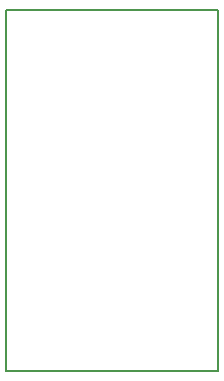
<source format=gbr>
G04 DipTrace 3.1.0.1*
G04 BoardOutline.gbr*
%MOIN*%
G04 #@! TF.FileFunction,Profile*
G04 #@! TF.Part,Single*
%ADD11C,0.005512*%
%FSLAX26Y26*%
G04*
G70*
G90*
G75*
G01*
G04 BoardOutline*
%LPD*%
X1098425Y1598425D2*
D11*
Y393701D1*
X393701D1*
Y1598425D1*
X1098425D1*
M02*

</source>
